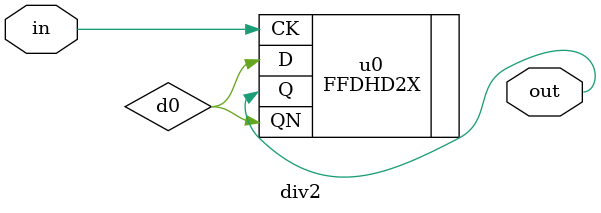
<source format=v>

module div2(
input		in,
output		out
);

wire d0;
//*********************************************************************
//
// D flip flop
//
//*********************************************************************
FFDHD2X u0(.CK(in), .D(d0), .Q(out), .QN(d0));


//********************************************************************************
//
// END of Module
//
//********************************************************************************
endmodule

</source>
